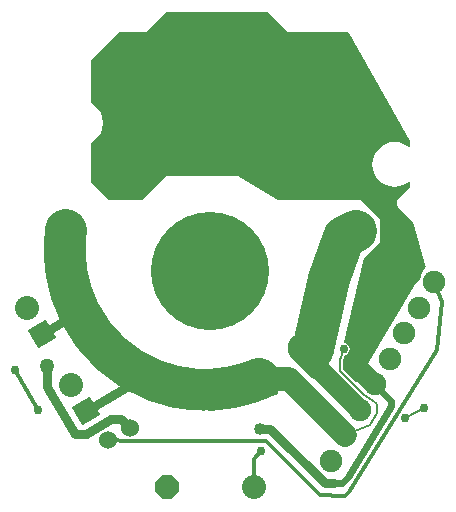
<source format=gbl>
G04 Layer_Physical_Order=2*
G04 Layer_Color=16711680*
%FSLAX24Y24*%
%MOIN*%
G70*
G01*
G75*
%ADD27C,0.0080*%
%ADD28C,0.0130*%
%ADD30C,0.0300*%
%ADD32C,0.0800*%
%ADD35C,0.0748*%
%ADD38C,0.0800*%
%ADD39P,0.0990X4X165.0*%
%ADD40P,0.0866X8X22.5*%
%ADD41C,0.0300*%
%ADD42C,0.0400*%
%ADD43C,0.0500*%
%ADD44C,0.0600*%
%ADD45C,0.1400*%
%ADD46C,0.0650*%
%ADD47C,0.0500*%
%ADD48C,0.0450*%
%ADD49C,0.0220*%
%ADD50C,0.1000*%
%ADD51C,0.3937*%
G36*
X7295Y16134D02*
X9265D01*
X9325Y16074D01*
X11377Y12473D01*
X11377Y12297D01*
X11332Y12275D01*
X11269Y12327D01*
X11141Y12395D01*
X11001Y12438D01*
X10857Y12452D01*
X10712Y12438D01*
X10572Y12395D01*
X10444Y12327D01*
X10331Y12234D01*
X10239Y12122D01*
X10170Y11993D01*
X10128Y11854D01*
X10114Y11709D01*
X10128Y11564D01*
X10170Y11425D01*
X10239Y11297D01*
X10331Y11184D01*
X10444Y11092D01*
X10572Y11023D01*
X10712Y10981D01*
X10857Y10967D01*
X11001Y10981D01*
X11141Y11023D01*
X11269Y11092D01*
X11333Y11144D01*
X11378Y11123D01*
X11378Y10949D01*
X10977Y10548D01*
X10976Y10549D01*
X10936Y10490D01*
X10923Y10420D01*
X10936Y10350D01*
X10976Y10291D01*
X10976Y10291D01*
X11012Y10257D01*
X11380Y9890D01*
X11381Y8819D01*
X11890Y8310D01*
X9611Y4446D01*
X9561Y4440D01*
X9135Y4888D01*
X9137Y5179D01*
X9196Y5357D01*
X9243Y5366D01*
X9309Y5410D01*
X9354Y5476D01*
X9369Y5554D01*
X9354Y5632D01*
X9309Y5698D01*
X9243Y5743D01*
X9214Y5748D01*
X9187Y5790D01*
X9828Y8577D01*
X10355Y9104D01*
Y9885D01*
X9706Y10534D01*
X7865Y10534D01*
X6956Y10534D01*
X5635Y11310D01*
X3250D01*
X2474Y10534D01*
X1308Y10534D01*
X730Y11112D01*
X730Y12412D01*
X751Y12417D01*
X755Y12420D01*
X761Y12421D01*
X769Y12427D01*
X778Y12431D01*
X782Y12435D01*
X786Y12438D01*
X1038Y12690D01*
X1041Y12694D01*
X1045Y12698D01*
X1050Y12707D01*
X1056Y12716D01*
X1057Y12721D01*
X1059Y12726D01*
X1151Y13070D01*
X1152Y13075D01*
X1153Y13080D01*
X1153Y13091D01*
X1153Y13101D01*
X1152Y13106D01*
X1151Y13111D01*
X1059Y13456D01*
X1057Y13460D01*
X1056Y13465D01*
X1050Y13474D01*
X1045Y13483D01*
X1041Y13487D01*
X1038Y13491D01*
X786Y13743D01*
X778Y13749D01*
X770Y13756D01*
X730Y13779D01*
X730Y15179D01*
X1665Y16114D01*
X2574D01*
X3236Y16776D01*
X6653D01*
X7295Y16134D01*
D02*
G37*
D27*
X9217Y2673D02*
X10035Y3004D01*
X9835Y4014D02*
X10115Y3844D01*
X9043Y4823D02*
X9835Y4014D01*
X9043Y4823D02*
X9045Y5194D01*
X9165Y5554D01*
X10115Y3844D02*
X10257Y3703D01*
Y3404D02*
Y3703D01*
X10035Y3004D02*
X10257Y3404D01*
X11200Y3248D02*
X11850Y3598D01*
D28*
X12175Y7780D02*
X12450Y7123D01*
X-1783Y4869D02*
X-1013Y3519D01*
X8359Y670D02*
X8615D01*
X6555Y2474D02*
X8359Y670D01*
X6157Y1896D02*
X6405Y2144D01*
X6157Y959D02*
Y1896D01*
X5916Y4694D02*
X6307Y4719D01*
X5916Y4694D02*
X6277Y4749D01*
X3557Y4329D02*
X5916Y4694D01*
X12287Y5515D02*
X12288Y5519D01*
X12450Y7123D01*
X8825Y1084D02*
X8925D01*
X9207Y669D02*
X9338Y800D01*
X8905Y669D02*
X8905D01*
X9207D01*
X8615Y670D02*
X8905Y669D01*
X9136Y669D01*
X7092Y4354D02*
X7092Y4354D01*
X7083Y4354D02*
X7090Y4347D01*
X6415Y4354D02*
X6511D01*
X6986D02*
X7083D01*
X6511D02*
X6591D01*
X7086D02*
X7092D01*
X7086D02*
X7092Y4354D01*
X6986Y4354D02*
X7090Y4347D01*
X7083Y4354D02*
X7086D01*
X1695Y2474D02*
X6555D01*
X1640Y2529D02*
X1695Y2474D01*
X1297Y2529D02*
X1640D01*
X9338Y800D02*
X12288Y5519D01*
X2197Y4449D02*
X2873Y4494D01*
X2873D01*
X5916Y4694D01*
X-103Y9479D02*
X-103Y9479D01*
Y9479D02*
X697Y6999D01*
X-103Y9479D02*
Y9479D01*
Y9479D02*
Y9479D01*
X5991Y4424D02*
X6418Y4394D01*
X6621Y4380D01*
X6827Y4365D01*
X6591Y4354D02*
X6986D01*
X6420Y4411D02*
X6626Y4394D01*
X6831Y4376D01*
X5734Y4442D02*
X5991Y4424D01*
X5704Y4472D02*
X6047Y4443D01*
X6420Y4411D01*
X6831Y4376D02*
X7086Y4354D01*
X6827Y4365D02*
X6986Y4354D01*
D30*
X587Y3496D02*
X2197Y4449D01*
X-715Y4284D02*
Y4984D01*
Y4284D02*
X215Y2734D01*
X8525Y1084D02*
X8825D01*
X6715Y2894D02*
X8525Y1084D01*
X6375Y2894D02*
X6715D01*
X215Y2734D02*
X575D01*
X1734Y3231D02*
X2047Y2919D01*
X575Y2734D02*
X1395Y3231D01*
X1734D01*
X-893Y6046D02*
X343Y6787D01*
X697Y6999D01*
D32*
X7704Y5530D02*
Y5652D01*
X8209Y5024D02*
X8211Y5023D01*
X8211Y5023D01*
X8305Y4934D01*
X7704Y5530D02*
X8209Y5024D01*
X6511Y4354D02*
X6551Y4314D01*
X6591Y4354D01*
X6615Y4378D01*
X7336Y4554D02*
X9217Y2673D01*
X6338Y4554D02*
X6338D01*
X6814D01*
X7336D01*
D35*
X12170Y7787D02*
D03*
X11677Y6935D02*
D03*
X11185Y6082D02*
D03*
X10693Y5230D02*
D03*
X10201Y4377D02*
D03*
X9709Y3525D02*
D03*
X9217Y2673D02*
D03*
X8725Y1820D02*
D03*
D38*
X6157Y959D02*
D03*
X87Y4362D02*
D03*
X-1393Y6912D02*
D03*
D39*
X587Y3496D02*
D03*
X-893Y6046D02*
D03*
D40*
X3277Y959D02*
D03*
D41*
X3290Y11640D02*
D03*
X2190Y11440D02*
D03*
X3240Y14250D02*
D03*
X-1783Y4869D02*
D03*
X-1013Y3519D02*
D03*
X9300Y13980D02*
D03*
X3920Y14030D02*
D03*
X7160Y12290D02*
D03*
X8930Y12940D02*
D03*
X7885Y12835D02*
D03*
X4365Y3854D02*
D03*
X6405Y2144D02*
D03*
X3845Y3854D02*
D03*
X7439Y14731D02*
D03*
X9165Y5554D02*
D03*
X11850Y3598D02*
D03*
X11200Y3248D02*
D03*
D42*
X8123Y5520D02*
D03*
X6814Y4682D02*
D03*
X6375Y2894D02*
D03*
X7794Y5219D02*
D03*
X7704Y5652D02*
D03*
X8253Y5068D02*
D03*
X6415Y4354D02*
D03*
X6815Y4194D02*
D03*
X7215Y4444D02*
D03*
D43*
X-715Y4984D02*
D03*
D44*
X2047Y2919D02*
D03*
X1297Y2529D02*
D03*
D45*
X343Y6787D02*
G03*
X2873Y4494I4187J2077D01*
G01*
X3557Y4293D02*
G03*
X5991Y4424I974J4572D01*
G01*
X2873Y4494D02*
G03*
X3557Y4293I1657J4371D01*
G01*
X5991Y4424D02*
G03*
X6047Y4443I-1461J4440D01*
G01*
D02*
G03*
X6338Y4554I-1517J4421D01*
G01*
X-103Y9479D02*
G03*
X343Y6787I4634J-615D01*
G01*
X-99Y9515D02*
G03*
X-103Y9479I4629J-651D01*
G01*
X8664Y7894D02*
X9172Y9299D01*
X9557Y9479D01*
X8130Y5551D02*
X8131Y5554D01*
X8664Y7894D01*
D46*
X9550Y5006D02*
X10170Y4386D01*
X9550Y5006D02*
X11020Y7550D01*
X8305Y4934D02*
X9708Y3526D01*
D47*
X11020Y7550D02*
X11455Y8026D01*
X11230Y9660D02*
X11620Y8350D01*
D48*
X11455Y8026D02*
X11620Y8350D01*
D49*
X10734Y3641D02*
Y3816D01*
X10725Y3824D02*
X10734Y3816D01*
X9095Y1084D02*
X9297Y1287D01*
X8925Y1084D02*
X9095D01*
X9297Y1287D02*
X10734Y3641D01*
X10190Y4366D02*
X10725Y3824D01*
X10170Y4386D02*
X10190Y4366D01*
D50*
X-103Y9479D02*
D03*
X9557D02*
D03*
D51*
X4717Y8169D02*
D03*
M02*

</source>
